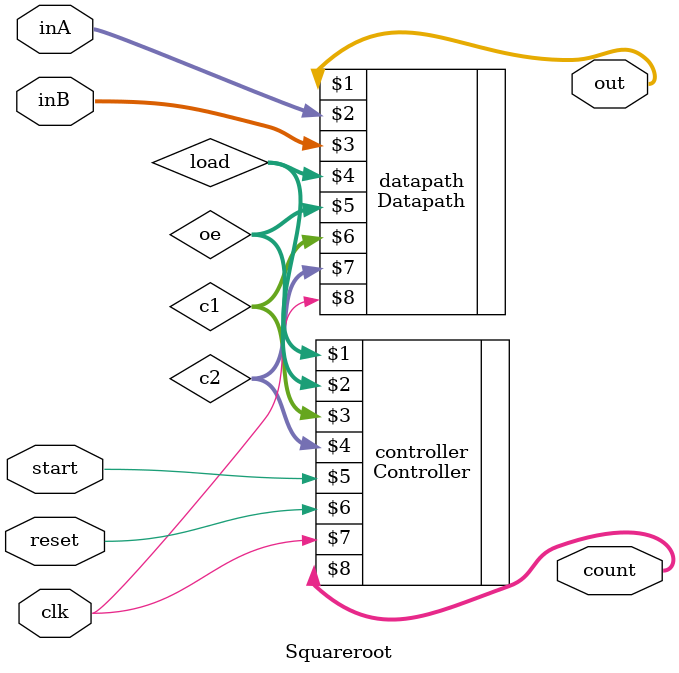
<source format=v>
module Squareroot (out,count,start,reset,clk,inA,inB);
	output [15:0]out;
	output [3:0]count;
	input	start;
	input reset;
	input clk;
	input [15:0]inA;
	input [15:0]inB;
	 
	wire [4:0]load;
	wire [11:0]oe;
	wire [1:0]c1;
	wire [1:0]c2;
	
	Controller controller (load,oe,c1,c2,start,reset,clk,count);
	Datapath datapath (out,inA,inB,load,oe,c1,c2,clk);
endmodule

	
	
</source>
